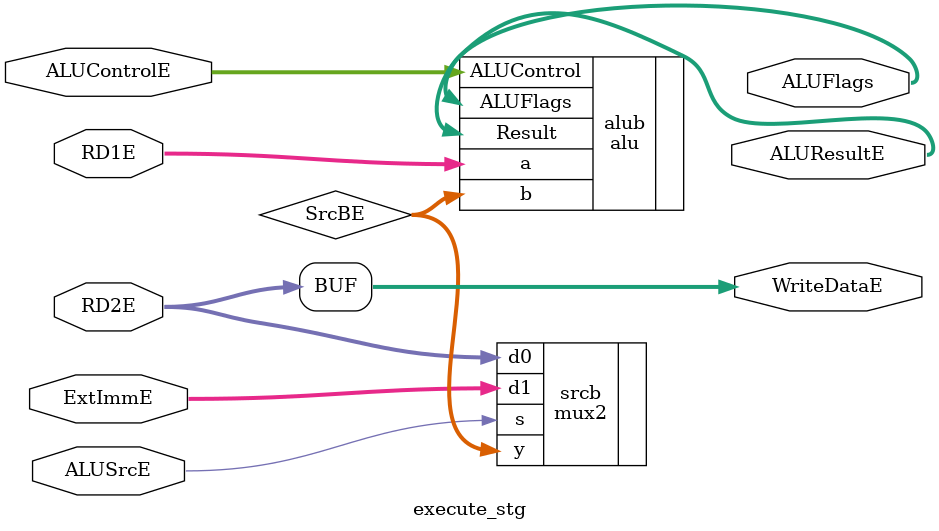
<source format=v>
`timescale 1ns / 1ps

module execute_stg(
    RD1E, 
    RD2E, 
    ExtImmE, 
    ALUSrcE,
    ALUControlE, 
    ALUFlags,
    ALUResultE,
    WriteDataE
);

input wire [31:0] RD1E;
input wire [31:0] RD2E;
input wire [31:0] ExtImmE;
input wire ALUSrcE;
input wire [2:0] ALUControlE;
output wire [3:0] ALUFlags;
output wire [31:0] ALUResultE;
output wire [31:0] WriteDataE;

wire [31:0] SrcBE;

mux2 #(32) srcb(
    .d0(RD2E),
    .d1(ExtImmE),
    .s(ALUSrcE),
    .y(SrcBE)
);

alu alub(
    .a(RD1E),
    .b(SrcBE),
    .ALUControl(ALUControlE),
    .Result(ALUResultE),
    .ALUFlags(ALUFlags)
);

assign WriteDataE = RD2E;
    
endmodule

</source>
